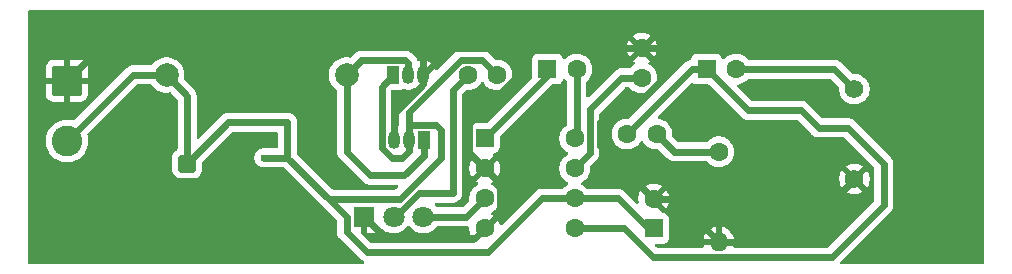
<source format=gbr>
%TF.GenerationSoftware,KiCad,Pcbnew,9.0.1*%
%TF.CreationDate,2025-08-10T20:13:13+01:00*%
%TF.ProjectId,fm-radio,666d2d72-6164-4696-9f2e-6b696361645f,rev?*%
%TF.SameCoordinates,Original*%
%TF.FileFunction,Copper,L2,Bot*%
%TF.FilePolarity,Positive*%
%FSLAX46Y46*%
G04 Gerber Fmt 4.6, Leading zero omitted, Abs format (unit mm)*
G04 Created by KiCad (PCBNEW 9.0.1) date 2025-08-10 20:13:13*
%MOMM*%
%LPD*%
G01*
G04 APERTURE LIST*
G04 Aperture macros list*
%AMRoundRect*
0 Rectangle with rounded corners*
0 $1 Rounding radius*
0 $2 $3 $4 $5 $6 $7 $8 $9 X,Y pos of 4 corners*
0 Add a 4 corners polygon primitive as box body*
4,1,4,$2,$3,$4,$5,$6,$7,$8,$9,$2,$3,0*
0 Add four circle primitives for the rounded corners*
1,1,$1+$1,$2,$3*
1,1,$1+$1,$4,$5*
1,1,$1+$1,$6,$7*
1,1,$1+$1,$8,$9*
0 Add four rect primitives between the rounded corners*
20,1,$1+$1,$2,$3,$4,$5,0*
20,1,$1+$1,$4,$5,$6,$7,0*
20,1,$1+$1,$6,$7,$8,$9,0*
20,1,$1+$1,$8,$9,$2,$3,0*%
G04 Aperture macros list end*
%TA.AperFunction,ComponentPad*%
%ADD10R,1.800000X1.800000*%
%TD*%
%TA.AperFunction,ComponentPad*%
%ADD11C,1.800000*%
%TD*%
%TA.AperFunction,ComponentPad*%
%ADD12C,1.575000*%
%TD*%
%TA.AperFunction,ComponentPad*%
%ADD13RoundRect,0.250000X-0.550000X-0.550000X0.550000X-0.550000X0.550000X0.550000X-0.550000X0.550000X0*%
%TD*%
%TA.AperFunction,ComponentPad*%
%ADD14C,1.600000*%
%TD*%
%TA.AperFunction,ComponentPad*%
%ADD15C,2.000000*%
%TD*%
%TA.AperFunction,ComponentPad*%
%ADD16RoundRect,0.250000X-1.050000X1.050000X-1.050000X-1.050000X1.050000X-1.050000X1.050000X1.050000X0*%
%TD*%
%TA.AperFunction,ComponentPad*%
%ADD17C,2.600000*%
%TD*%
%TA.AperFunction,ComponentPad*%
%ADD18O,1.600000X1.600000*%
%TD*%
%TA.AperFunction,ComponentPad*%
%ADD19R,1.050000X1.500000*%
%TD*%
%TA.AperFunction,ComponentPad*%
%ADD20O,1.050000X1.500000*%
%TD*%
%TA.AperFunction,ComponentPad*%
%ADD21R,1.600000X1.600000*%
%TD*%
%TA.AperFunction,ComponentPad*%
%ADD22RoundRect,0.246063X0.503937X0.503937X-0.503937X0.503937X-0.503937X-0.503937X0.503937X-0.503937X0*%
%TD*%
%TA.AperFunction,ViaPad*%
%ADD23C,0.600000*%
%TD*%
%TA.AperFunction,Conductor*%
%ADD24C,0.600000*%
%TD*%
G04 APERTURE END LIST*
D10*
%TO.P,RV1,1,1*%
%TO.N,GND*%
X89000000Y-73500000D03*
D11*
%TO.P,RV1,2,2*%
%TO.N,Net-(C6-Pad2)*%
X91500000Y-73500000D03*
%TO.P,RV1,3,3*%
%TO.N,Net-(U1-+)*%
X94000000Y-73500000D03*
%TD*%
D12*
%TO.P,LS1,1,1*%
%TO.N,Net-(C2-Pad2)*%
X130500000Y-62700000D03*
%TO.P,LS1,2,2*%
%TO.N,GND*%
X130500000Y-70300000D03*
%TD*%
D13*
%TO.P,U1,1,GAIN*%
%TO.N,Net-(C4-Pad1)*%
X99195000Y-66880000D03*
D14*
%TO.P,U1,2,-*%
%TO.N,GND*%
X99195000Y-69420000D03*
%TO.P,U1,3,+*%
%TO.N,Net-(U1-+)*%
X99195000Y-71960000D03*
%TO.P,U1,4,GND*%
%TO.N,GND*%
X99195000Y-74500000D03*
%TO.P,U1,5*%
%TO.N,Net-(C1-Pad1)*%
X106815000Y-74500000D03*
%TO.P,U1,6,V+*%
%TO.N,+9V*%
X106815000Y-71960000D03*
%TO.P,U1,7,BYPASS*%
%TO.N,Net-(U1-BYPASS)*%
X106815000Y-69420000D03*
%TO.P,U1,8,GAIN*%
%TO.N,Net-(C4-Pad2)*%
X106815000Y-66880000D03*
%TD*%
D15*
%TO.P,L1,1,1*%
%TO.N,+9V*%
X72260000Y-61500000D03*
%TO.P,L1,2,2*%
%TO.N,Net-(Q1-B)*%
X87500000Y-61500000D03*
%TD*%
D16*
%TO.P,J1,1,Pin_1*%
%TO.N,GND*%
X63827500Y-62000000D03*
D17*
%TO.P,J1,2,Pin_2*%
%TO.N,+9V*%
X63827500Y-67080000D03*
%TD*%
D14*
%TO.P,R2,1*%
%TO.N,Net-(C1-Pad2)*%
X119000000Y-68000000D03*
D18*
%TO.P,R2,2*%
%TO.N,GND*%
X119000000Y-75620000D03*
%TD*%
D19*
%TO.P,Q2,1,C*%
%TO.N,Net-(Q1-B)*%
X94040000Y-67000000D03*
D20*
%TO.P,Q2,2,B*%
%TO.N,+9V*%
X92770000Y-67000000D03*
%TO.P,Q2,3,E*%
%TO.N,GND*%
X91500000Y-67000000D03*
%TD*%
D19*
%TO.P,Q1,1,C*%
%TO.N,+9V*%
X91460000Y-61500000D03*
D20*
%TO.P,Q1,2,B*%
%TO.N,Net-(Q1-B)*%
X92730000Y-61500000D03*
%TO.P,Q1,3,E*%
%TO.N,GND*%
X94000000Y-61500000D03*
%TD*%
D14*
%TO.P,C7,1*%
%TO.N,GND*%
X112500000Y-59250000D03*
%TO.P,C7,2*%
%TO.N,Net-(U1-BYPASS)*%
X112500000Y-61750000D03*
%TD*%
%TO.P,C6,1*%
%TO.N,+9V*%
X100250000Y-61500000D03*
%TO.P,C6,2*%
%TO.N,Net-(C6-Pad2)*%
X97750000Y-61500000D03*
%TD*%
D21*
%TO.P,C5,1*%
%TO.N,+9V*%
X113500000Y-74500000D03*
D14*
%TO.P,C5,2*%
%TO.N,GND*%
X113500000Y-72000000D03*
%TD*%
D21*
%TO.P,C4,1*%
%TO.N,Net-(C4-Pad1)*%
X104500000Y-61000000D03*
D14*
%TO.P,C4,2*%
%TO.N,Net-(C4-Pad2)*%
X107000000Y-61000000D03*
%TD*%
D21*
%TO.P,C2,1*%
%TO.N,Net-(C1-Pad1)*%
X118000000Y-61000000D03*
D14*
%TO.P,C2,2*%
%TO.N,Net-(C2-Pad2)*%
X120500000Y-61000000D03*
%TD*%
%TO.P,C1,1*%
%TO.N,Net-(C1-Pad1)*%
X111250000Y-66500000D03*
%TO.P,C1,2*%
%TO.N,Net-(C1-Pad2)*%
X113750000Y-66500000D03*
%TD*%
D22*
%TO.P,AE1,1,A*%
%TO.N,+9V*%
X74000000Y-69000000D03*
%TD*%
D23*
%TO.N,+9V*%
X80500000Y-68500000D03*
%TO.N,GND*%
X85000000Y-68500000D03*
%TD*%
D24*
%TO.N,Net-(C1-Pad1)*%
X121500000Y-64500000D02*
X118000000Y-61000000D01*
X126000000Y-64500000D02*
X121500000Y-64500000D01*
X129966285Y-65966285D02*
X127466285Y-65966285D01*
X133000000Y-69000000D02*
X129966285Y-65966285D01*
X128579000Y-76921000D02*
X133000000Y-72500000D01*
X113421000Y-76921000D02*
X128579000Y-76921000D01*
X133000000Y-72500000D02*
X133000000Y-69000000D01*
X111000000Y-74500000D02*
X113421000Y-76921000D01*
X127466285Y-65966285D02*
X126000000Y-64500000D01*
X106815000Y-74500000D02*
X111000000Y-74500000D01*
%TO.N,+9V*%
X92000000Y-72000000D02*
X86000000Y-72000000D01*
X95500000Y-68500000D02*
X92000000Y-72000000D01*
X95500000Y-66183000D02*
X95500000Y-68500000D01*
X95066000Y-65749000D02*
X95500000Y-66183000D01*
X93014000Y-65749000D02*
X95066000Y-65749000D01*
X92770000Y-65993000D02*
X93014000Y-65749000D01*
X92770000Y-67000000D02*
X92770000Y-65993000D01*
X86000000Y-72000000D02*
X87500000Y-73500000D01*
%TO.N,Net-(C6-Pad2)*%
X93631370Y-71500000D02*
X96500000Y-71500000D01*
X91631370Y-73500000D02*
X93631370Y-71500000D01*
X96500000Y-71500000D02*
X96500000Y-63000000D01*
X91500000Y-73500000D02*
X91631370Y-73500000D01*
%TO.N,+9V*%
X104040000Y-71960000D02*
X106815000Y-71960000D01*
X99500000Y-76500000D02*
X104040000Y-71960000D01*
X89198000Y-76500000D02*
X99500000Y-76500000D01*
X87500000Y-73500000D02*
X87500000Y-74802000D01*
X82500000Y-68500000D02*
X86000000Y-72000000D01*
X87500000Y-74802000D02*
X89198000Y-76500000D01*
%TO.N,GND*%
X98395001Y-75299999D02*
X99195000Y-74500000D01*
X90799999Y-75299999D02*
X98395001Y-75299999D01*
X89000000Y-73500000D02*
X90799999Y-75299999D01*
%TO.N,Net-(U1-+)*%
X97655000Y-73500000D02*
X99195000Y-71960000D01*
X94000000Y-73500000D02*
X97655000Y-73500000D01*
%TO.N,+9V*%
X80500000Y-68500000D02*
X81500000Y-68500000D01*
X82500000Y-68500000D02*
X80500000Y-68500000D01*
X82500000Y-65500000D02*
X82500000Y-68500000D01*
X77500000Y-65500000D02*
X82500000Y-65500000D01*
X74000000Y-69000000D02*
X77500000Y-65500000D01*
%TO.N,GND*%
X63827500Y-62000000D02*
X66827500Y-59000000D01*
X85500000Y-59000000D02*
X85000000Y-59000000D01*
X66827500Y-59000000D02*
X85500000Y-59000000D01*
%TO.N,+9V*%
X69407500Y-61500000D02*
X72260000Y-61500000D01*
X63827500Y-67080000D02*
X69407500Y-61500000D01*
X74000000Y-63240000D02*
X72260000Y-61500000D01*
X74000000Y-69000000D02*
X74000000Y-63240000D01*
%TO.N,GND*%
X84500000Y-68000000D02*
X85000000Y-68500000D01*
X84500000Y-59500000D02*
X84500000Y-68000000D01*
X85000000Y-59000000D02*
X84500000Y-59500000D01*
X92850000Y-59000000D02*
X85500000Y-59000000D01*
X94000000Y-60150000D02*
X92850000Y-59000000D01*
X94000000Y-61500000D02*
X94000000Y-60150000D01*
%TO.N,Net-(Q1-B)*%
X87500000Y-68000000D02*
X87500000Y-61500000D01*
X89500000Y-70000000D02*
X87500000Y-68000000D01*
X92381369Y-70000000D02*
X89500000Y-70000000D01*
X94040000Y-67000000D02*
X94040000Y-68341369D01*
X94040000Y-68341369D02*
X92381369Y-70000000D01*
%TO.N,GND*%
X102500000Y-59250000D02*
X96250000Y-59250000D01*
X99089892Y-64500000D02*
X102500000Y-61089892D01*
X102500000Y-61089892D02*
X102500000Y-59250000D01*
X97894000Y-68119000D02*
X97894000Y-64606000D01*
X98000000Y-64500000D02*
X99089892Y-64500000D01*
X99195000Y-69420000D02*
X97894000Y-68119000D01*
%TO.N,+9V*%
X98949000Y-60199000D02*
X97211108Y-60199000D01*
X97211108Y-60199000D02*
X92770000Y-64640108D01*
X92770000Y-64640108D02*
X92770000Y-67000000D01*
%TO.N,GND*%
X91500000Y-64778738D02*
X91500000Y-67000000D01*
X94000000Y-62278738D02*
X91500000Y-64778738D01*
X94000000Y-61500000D02*
X94000000Y-62278738D01*
%TO.N,+9V*%
X100250000Y-61500000D02*
X98949000Y-60199000D01*
%TO.N,Net-(C6-Pad2)*%
X97750000Y-61500000D02*
X96500000Y-62750000D01*
%TO.N,Net-(Q1-B)*%
X88751000Y-60249000D02*
X87500000Y-61500000D01*
X92486000Y-60249000D02*
X88751000Y-60249000D01*
X92730000Y-60493000D02*
X92486000Y-60249000D01*
X92730000Y-61500000D02*
X92730000Y-60493000D01*
%TO.N,+9V*%
X90474000Y-62486000D02*
X91460000Y-61500000D01*
X90474000Y-67649983D02*
X90474000Y-62486000D01*
X91324017Y-68500000D02*
X90474000Y-67649983D01*
X92170000Y-68500000D02*
X91324017Y-68500000D01*
X92770000Y-67900000D02*
X92170000Y-68500000D01*
X92770000Y-67000000D02*
X92770000Y-67900000D01*
%TO.N,GND*%
X96250000Y-59250000D02*
X94000000Y-61500000D01*
X112500000Y-59250000D02*
X102500000Y-59250000D01*
X100496000Y-70721000D02*
X99195000Y-69420000D01*
X100496000Y-73199000D02*
X100496000Y-70721000D01*
X99195000Y-74500000D02*
X100496000Y-73199000D01*
%TO.N,Net-(C4-Pad1)*%
X104500000Y-61575000D02*
X99195000Y-66880000D01*
X104500000Y-61000000D02*
X104500000Y-61575000D01*
%TO.N,Net-(C4-Pad2)*%
X107000000Y-66695000D02*
X106815000Y-66880000D01*
X107000000Y-61000000D02*
X107000000Y-66695000D01*
%TO.N,+9V*%
X113000000Y-74500000D02*
X110460000Y-71960000D01*
X113500000Y-74500000D02*
X113000000Y-74500000D01*
X110460000Y-71960000D02*
X106815000Y-71960000D01*
%TO.N,Net-(U1-BYPASS)*%
X108116000Y-64384000D02*
X108116000Y-68119000D01*
X108116000Y-68119000D02*
X106815000Y-69420000D01*
X110750000Y-61750000D02*
X108116000Y-64384000D01*
X112500000Y-61750000D02*
X110750000Y-61750000D01*
%TO.N,GND*%
X109000000Y-65500000D02*
X109000000Y-67500000D01*
X110000000Y-64500000D02*
X109000000Y-65500000D01*
X114500000Y-61589892D02*
X111589892Y-64500000D01*
X109000000Y-67500000D02*
X113500000Y-72000000D01*
X114500000Y-60000000D02*
X114500000Y-61589892D01*
X113750000Y-59250000D02*
X114500000Y-60000000D01*
X112500000Y-59250000D02*
X113750000Y-59250000D01*
X111589892Y-64500000D02*
X110000000Y-64500000D01*
X115380000Y-72000000D02*
X119000000Y-75620000D01*
X113500000Y-72000000D02*
X115380000Y-72000000D01*
%TO.N,Net-(C1-Pad1)*%
X118000000Y-61000000D02*
X116750000Y-61000000D01*
X116750000Y-61000000D02*
X111250000Y-66500000D01*
%TO.N,Net-(C1-Pad2)*%
X115250000Y-68000000D02*
X113750000Y-66500000D01*
X119000000Y-68000000D02*
X115250000Y-68000000D01*
%TO.N,GND*%
X125180000Y-75620000D02*
X130500000Y-70300000D01*
X119000000Y-75620000D02*
X125180000Y-75620000D01*
%TO.N,Net-(C2-Pad2)*%
X128800000Y-61000000D02*
X130500000Y-62700000D01*
X120500000Y-61000000D02*
X128800000Y-61000000D01*
%TD*%
%TA.AperFunction,Conductor*%
%TO.N,GND*%
G36*
X141442539Y-56020185D02*
G01*
X141488294Y-56072989D01*
X141499500Y-56124500D01*
X141499500Y-77375500D01*
X141479815Y-77442539D01*
X141427011Y-77488294D01*
X141375500Y-77499500D01*
X129431940Y-77499500D01*
X129364901Y-77479815D01*
X129319146Y-77427011D01*
X129309202Y-77357853D01*
X129338227Y-77294297D01*
X129344259Y-77287819D01*
X133621788Y-73010290D01*
X133621789Y-73010289D01*
X133660759Y-72951966D01*
X133709394Y-72879179D01*
X133769737Y-72733497D01*
X133769737Y-72733494D01*
X133769739Y-72733490D01*
X133774532Y-72709394D01*
X133774532Y-72709393D01*
X133800500Y-72578845D01*
X133800500Y-68921155D01*
X133800499Y-68921153D01*
X133792627Y-68881578D01*
X133769737Y-68766503D01*
X133746081Y-68709391D01*
X133709397Y-68620827D01*
X133709390Y-68620814D01*
X133621790Y-68489712D01*
X133568665Y-68436587D01*
X133510289Y-68378211D01*
X131993478Y-66861400D01*
X130476577Y-65344498D01*
X130476573Y-65344495D01*
X130345470Y-65256894D01*
X130345457Y-65256887D01*
X130199786Y-65196549D01*
X130199774Y-65196546D01*
X130045130Y-65165785D01*
X130045127Y-65165785D01*
X127849225Y-65165785D01*
X127782186Y-65146100D01*
X127761544Y-65129466D01*
X126510292Y-63878213D01*
X126510288Y-63878210D01*
X126379185Y-63790609D01*
X126379172Y-63790602D01*
X126233501Y-63730264D01*
X126233489Y-63730261D01*
X126078845Y-63699500D01*
X126078842Y-63699500D01*
X121882940Y-63699500D01*
X121815901Y-63679815D01*
X121795259Y-63663181D01*
X120627874Y-62495796D01*
X120594389Y-62434473D01*
X120599373Y-62364781D01*
X120641245Y-62308848D01*
X120696156Y-62285642D01*
X120804534Y-62268477D01*
X120999219Y-62205220D01*
X121181610Y-62112287D01*
X121300500Y-62025909D01*
X121347213Y-61991971D01*
X121347215Y-61991968D01*
X121347219Y-61991966D01*
X121491966Y-61847219D01*
X121491972Y-61847210D01*
X121494748Y-61843962D01*
X121553258Y-61805773D01*
X121589033Y-61800500D01*
X128417060Y-61800500D01*
X128484099Y-61820185D01*
X128504741Y-61836819D01*
X129175681Y-62507759D01*
X129209166Y-62569082D01*
X129212000Y-62595440D01*
X129212000Y-62598632D01*
X129212000Y-62801368D01*
X129217501Y-62836100D01*
X129243715Y-63001608D01*
X129306361Y-63194417D01*
X129306362Y-63194420D01*
X129348391Y-63276905D01*
X129395376Y-63369119D01*
X129398405Y-63375062D01*
X129517562Y-63539069D01*
X129517566Y-63539074D01*
X129660925Y-63682433D01*
X129660930Y-63682437D01*
X129726759Y-63730264D01*
X129824941Y-63801597D01*
X129943026Y-63861764D01*
X130005579Y-63893637D01*
X130005582Y-63893638D01*
X130101986Y-63924961D01*
X130198393Y-63956285D01*
X130398632Y-63988000D01*
X130398633Y-63988000D01*
X130601367Y-63988000D01*
X130601368Y-63988000D01*
X130801607Y-63956285D01*
X130994420Y-63893637D01*
X131175059Y-63801597D01*
X131339076Y-63682432D01*
X131482432Y-63539076D01*
X131601597Y-63375059D01*
X131693637Y-63194420D01*
X131756285Y-63001607D01*
X131788000Y-62801368D01*
X131788000Y-62598632D01*
X131756285Y-62398393D01*
X131708883Y-62252503D01*
X131693638Y-62205582D01*
X131693637Y-62205579D01*
X131634253Y-62089033D01*
X131601597Y-62024941D01*
X131565830Y-61975712D01*
X131482437Y-61860930D01*
X131482433Y-61860925D01*
X131339074Y-61717566D01*
X131339069Y-61717562D01*
X131175062Y-61598405D01*
X131175061Y-61598404D01*
X131175059Y-61598403D01*
X131117186Y-61568915D01*
X130994420Y-61506362D01*
X130994417Y-61506361D01*
X130801608Y-61443715D01*
X130699300Y-61427511D01*
X130601368Y-61412000D01*
X130398632Y-61412000D01*
X130395440Y-61412000D01*
X130328401Y-61392315D01*
X130307759Y-61375681D01*
X129310292Y-60378213D01*
X129310288Y-60378210D01*
X129179185Y-60290609D01*
X129179172Y-60290602D01*
X129033501Y-60230264D01*
X129033489Y-60230261D01*
X128878845Y-60199500D01*
X128878842Y-60199500D01*
X121589033Y-60199500D01*
X121521994Y-60179815D01*
X121494748Y-60156038D01*
X121491964Y-60152779D01*
X121347213Y-60008028D01*
X121181613Y-59887715D01*
X121181612Y-59887714D01*
X121181610Y-59887713D01*
X121124653Y-59858691D01*
X120999223Y-59794781D01*
X120804534Y-59731522D01*
X120629995Y-59703878D01*
X120602352Y-59699500D01*
X120397648Y-59699500D01*
X120373329Y-59703351D01*
X120195465Y-59731522D01*
X120000776Y-59794781D01*
X119818386Y-59887715D01*
X119652786Y-60008028D01*
X119652782Y-60008032D01*
X119504589Y-60156226D01*
X119503152Y-60154789D01*
X119451746Y-60188280D01*
X119381877Y-60188714D01*
X119322866Y-60151306D01*
X119295394Y-60098034D01*
X119294091Y-60092521D01*
X119294091Y-60092517D01*
X119294089Y-60092511D01*
X119243797Y-59957671D01*
X119243793Y-59957664D01*
X119157547Y-59842455D01*
X119157544Y-59842452D01*
X119042335Y-59756206D01*
X119042328Y-59756202D01*
X118907482Y-59705908D01*
X118907483Y-59705908D01*
X118847883Y-59699501D01*
X118847881Y-59699500D01*
X118847873Y-59699500D01*
X118847864Y-59699500D01*
X117152129Y-59699500D01*
X117152123Y-59699501D01*
X117092516Y-59705908D01*
X116957671Y-59756202D01*
X116957664Y-59756206D01*
X116842455Y-59842452D01*
X116842452Y-59842455D01*
X116756206Y-59957664D01*
X116756202Y-59957671D01*
X116705908Y-60092516D01*
X116704654Y-60104187D01*
X116677916Y-60168738D01*
X116620523Y-60208586D01*
X116605556Y-60212548D01*
X116516510Y-60230260D01*
X116516502Y-60230262D01*
X116370824Y-60290604D01*
X116370814Y-60290609D01*
X116239711Y-60378210D01*
X116239707Y-60378213D01*
X111454022Y-65163898D01*
X111392699Y-65197383D01*
X111356619Y-65199835D01*
X111352359Y-65199500D01*
X111352352Y-65199500D01*
X111147648Y-65199500D01*
X111123329Y-65203351D01*
X110945465Y-65231522D01*
X110750776Y-65294781D01*
X110568386Y-65387715D01*
X110402786Y-65508028D01*
X110258028Y-65652786D01*
X110137715Y-65818386D01*
X110044781Y-66000776D01*
X109981522Y-66195465D01*
X109949500Y-66397648D01*
X109949500Y-66602351D01*
X109981522Y-66804534D01*
X110044781Y-66999223D01*
X110108691Y-67124653D01*
X110136798Y-67179815D01*
X110137715Y-67181613D01*
X110258028Y-67347213D01*
X110402786Y-67491971D01*
X110527800Y-67582797D01*
X110568390Y-67612287D01*
X110678561Y-67668422D01*
X110750776Y-67705218D01*
X110750778Y-67705218D01*
X110750781Y-67705220D01*
X110835116Y-67732622D01*
X110945465Y-67768477D01*
X111046557Y-67784488D01*
X111147648Y-67800500D01*
X111147649Y-67800500D01*
X111352351Y-67800500D01*
X111352352Y-67800500D01*
X111554534Y-67768477D01*
X111749219Y-67705220D01*
X111931610Y-67612287D01*
X112052953Y-67524127D01*
X112097213Y-67491971D01*
X112097215Y-67491968D01*
X112097219Y-67491966D01*
X112241966Y-67347219D01*
X112241968Y-67347215D01*
X112241971Y-67347213D01*
X112294732Y-67274590D01*
X112362287Y-67181610D01*
X112389515Y-67128171D01*
X112437490Y-67077376D01*
X112505311Y-67060581D01*
X112571446Y-67083118D01*
X112610484Y-67128171D01*
X112636798Y-67179815D01*
X112637715Y-67181613D01*
X112758028Y-67347213D01*
X112902786Y-67491971D01*
X113027800Y-67582797D01*
X113068390Y-67612287D01*
X113178561Y-67668422D01*
X113250776Y-67705218D01*
X113250778Y-67705218D01*
X113250781Y-67705220D01*
X113335116Y-67732622D01*
X113445465Y-67768477D01*
X113546557Y-67784488D01*
X113647648Y-67800500D01*
X113647649Y-67800500D01*
X113852344Y-67800500D01*
X113852352Y-67800500D01*
X113852359Y-67800498D01*
X113856592Y-67800165D01*
X113924972Y-67814518D01*
X113954022Y-67836100D01*
X114628211Y-68510289D01*
X114690703Y-68572781D01*
X114739712Y-68621790D01*
X114870816Y-68709391D01*
X114870817Y-68709391D01*
X114870821Y-68709394D01*
X114946616Y-68740789D01*
X115016502Y-68769737D01*
X115171152Y-68800499D01*
X115171155Y-68800500D01*
X115171157Y-68800500D01*
X115171158Y-68800500D01*
X117910967Y-68800500D01*
X117978006Y-68820185D01*
X118005252Y-68843962D01*
X118008035Y-68847220D01*
X118152786Y-68991971D01*
X118301368Y-69099920D01*
X118318390Y-69112287D01*
X118418275Y-69163181D01*
X118500776Y-69205218D01*
X118500778Y-69205218D01*
X118500781Y-69205220D01*
X118533885Y-69215976D01*
X118695465Y-69268477D01*
X118796557Y-69284488D01*
X118897648Y-69300500D01*
X118897649Y-69300500D01*
X119102351Y-69300500D01*
X119102352Y-69300500D01*
X119304534Y-69268477D01*
X119499219Y-69205220D01*
X119549079Y-69179815D01*
X119575708Y-69166247D01*
X119585646Y-69161182D01*
X119681610Y-69112287D01*
X119775320Y-69044203D01*
X119847213Y-68991971D01*
X119847215Y-68991968D01*
X119847219Y-68991966D01*
X119991966Y-68847219D01*
X119991968Y-68847215D01*
X119991971Y-68847213D01*
X120048259Y-68769738D01*
X120112287Y-68681610D01*
X120205220Y-68499219D01*
X120268477Y-68304534D01*
X120300500Y-68102352D01*
X120300500Y-67897648D01*
X120290752Y-67836100D01*
X120268477Y-67695465D01*
X120228081Y-67571141D01*
X120205220Y-67500781D01*
X120205218Y-67500778D01*
X120205218Y-67500776D01*
X120141131Y-67375000D01*
X120112287Y-67318390D01*
X120104556Y-67307749D01*
X119991971Y-67152786D01*
X119847213Y-67008028D01*
X119681613Y-66887715D01*
X119681612Y-66887714D01*
X119681610Y-66887713D01*
X119617908Y-66855255D01*
X119499223Y-66794781D01*
X119304534Y-66731522D01*
X119129995Y-66703878D01*
X119102352Y-66699500D01*
X118897648Y-66699500D01*
X118873329Y-66703351D01*
X118695465Y-66731522D01*
X118500776Y-66794781D01*
X118318386Y-66887715D01*
X118152786Y-67008028D01*
X118008035Y-67152779D01*
X118005252Y-67156038D01*
X117946742Y-67194227D01*
X117910967Y-67199500D01*
X115632940Y-67199500D01*
X115565901Y-67179815D01*
X115545259Y-67163181D01*
X115086100Y-66704022D01*
X115052615Y-66642699D01*
X115050165Y-66606592D01*
X115050498Y-66602359D01*
X115050500Y-66602352D01*
X115050500Y-66397648D01*
X115046594Y-66372989D01*
X115018477Y-66195465D01*
X114958432Y-66010668D01*
X114955220Y-66000781D01*
X114955218Y-66000778D01*
X114955218Y-66000776D01*
X114898928Y-65890302D01*
X114862287Y-65818390D01*
X114854556Y-65807749D01*
X114741971Y-65652786D01*
X114597213Y-65508028D01*
X114431613Y-65387715D01*
X114431612Y-65387714D01*
X114431610Y-65387713D01*
X114374653Y-65358691D01*
X114249223Y-65294781D01*
X114054535Y-65231523D01*
X113946156Y-65214357D01*
X113883022Y-65184427D01*
X113846091Y-65125116D01*
X113847089Y-65055253D01*
X113877872Y-65004205D01*
X116699040Y-62183036D01*
X116760361Y-62149553D01*
X116830053Y-62154537D01*
X116861029Y-62171451D01*
X116957669Y-62243796D01*
X116957670Y-62243796D01*
X116957671Y-62243797D01*
X117092517Y-62294091D01*
X117092516Y-62294091D01*
X117099444Y-62294835D01*
X117152127Y-62300500D01*
X118117059Y-62300499D01*
X118184098Y-62320183D01*
X118204740Y-62336818D01*
X120878211Y-65010289D01*
X120948574Y-65080652D01*
X120989712Y-65121790D01*
X121083455Y-65184427D01*
X121120821Y-65209394D01*
X121223833Y-65252062D01*
X121266502Y-65269737D01*
X121315584Y-65279500D01*
X121421152Y-65300499D01*
X121421155Y-65300500D01*
X121421157Y-65300500D01*
X121421158Y-65300500D01*
X125617060Y-65300500D01*
X125684099Y-65320185D01*
X125704741Y-65336819D01*
X126844496Y-66476574D01*
X126939811Y-66571889D01*
X126955997Y-66588075D01*
X127087099Y-66675675D01*
X127087112Y-66675682D01*
X127173774Y-66711578D01*
X127221926Y-66731523D01*
X127226690Y-66733496D01*
X127226692Y-66733497D01*
X127232788Y-66736022D01*
X127270659Y-66743555D01*
X127387439Y-66766785D01*
X127387442Y-66766785D01*
X127387443Y-66766785D01*
X129583345Y-66766785D01*
X129650384Y-66786470D01*
X129671026Y-66803104D01*
X132163181Y-69295259D01*
X132196666Y-69356582D01*
X132199500Y-69382940D01*
X132199500Y-72117060D01*
X132179815Y-72184099D01*
X132163181Y-72204741D01*
X128283741Y-76084181D01*
X128222418Y-76117666D01*
X128196060Y-76120500D01*
X120374950Y-76120500D01*
X120307911Y-76100815D01*
X120262156Y-76048011D01*
X120252212Y-75978853D01*
X120257019Y-75958183D01*
X120267989Y-75924418D01*
X120267990Y-75924413D01*
X120276609Y-75870000D01*
X119315686Y-75870000D01*
X119320080Y-75865606D01*
X119372741Y-75774394D01*
X119400000Y-75672661D01*
X119400000Y-75567339D01*
X119372741Y-75465606D01*
X119320080Y-75374394D01*
X119315686Y-75370000D01*
X120276609Y-75370000D01*
X120267990Y-75315586D01*
X120204755Y-75120970D01*
X120111859Y-74938650D01*
X119991582Y-74773105D01*
X119991582Y-74773104D01*
X119846895Y-74628417D01*
X119681349Y-74508140D01*
X119499029Y-74415244D01*
X119304413Y-74352009D01*
X119250000Y-74343390D01*
X119250000Y-75304314D01*
X119245606Y-75299920D01*
X119154394Y-75247259D01*
X119052661Y-75220000D01*
X118947339Y-75220000D01*
X118845606Y-75247259D01*
X118754394Y-75299920D01*
X118750000Y-75304314D01*
X118750000Y-74343390D01*
X118695586Y-74352009D01*
X118500970Y-74415244D01*
X118318650Y-74508140D01*
X118153105Y-74628417D01*
X118153104Y-74628417D01*
X118008417Y-74773104D01*
X118008417Y-74773105D01*
X117888140Y-74938650D01*
X117795244Y-75120970D01*
X117732009Y-75315586D01*
X117723391Y-75370000D01*
X118684314Y-75370000D01*
X118679920Y-75374394D01*
X118627259Y-75465606D01*
X118600000Y-75567339D01*
X118600000Y-75672661D01*
X118627259Y-75774394D01*
X118679920Y-75865606D01*
X118684314Y-75870000D01*
X117723391Y-75870000D01*
X117732009Y-75924413D01*
X117732010Y-75924418D01*
X117742981Y-75958183D01*
X117744976Y-76028024D01*
X117708895Y-76087856D01*
X117646194Y-76118684D01*
X117625050Y-76120500D01*
X113803940Y-76120500D01*
X113774499Y-76111855D01*
X113744513Y-76105332D01*
X113739497Y-76101577D01*
X113736901Y-76100815D01*
X113716259Y-76084181D01*
X113644258Y-76012180D01*
X113610773Y-75950857D01*
X113615757Y-75881165D01*
X113657629Y-75825232D01*
X113723093Y-75800815D01*
X113731939Y-75800499D01*
X114347871Y-75800499D01*
X114347872Y-75800499D01*
X114407483Y-75794091D01*
X114542331Y-75743796D01*
X114657546Y-75657546D01*
X114743796Y-75542331D01*
X114794091Y-75407483D01*
X114800500Y-75347873D01*
X114800499Y-73652128D01*
X114794091Y-73592517D01*
X114780829Y-73556961D01*
X114743797Y-73457671D01*
X114743793Y-73457664D01*
X114657547Y-73342455D01*
X114657544Y-73342452D01*
X114542335Y-73256206D01*
X114542328Y-73256202D01*
X114407482Y-73205908D01*
X114407483Y-73205908D01*
X114347883Y-73199501D01*
X114347881Y-73199500D01*
X114347873Y-73199500D01*
X114347864Y-73199500D01*
X114344548Y-73199322D01*
X114344632Y-73197742D01*
X114283579Y-73179815D01*
X114237824Y-73127011D01*
X114230173Y-73083725D01*
X113546446Y-72400000D01*
X113552661Y-72400000D01*
X113654394Y-72372741D01*
X113745606Y-72320080D01*
X113820080Y-72245606D01*
X113872741Y-72154394D01*
X113900000Y-72052661D01*
X113900000Y-72046447D01*
X114579474Y-72725921D01*
X114611859Y-72681349D01*
X114704755Y-72499031D01*
X114767990Y-72304417D01*
X114800000Y-72102317D01*
X114800000Y-71897682D01*
X114767990Y-71695582D01*
X114704755Y-71500968D01*
X114642895Y-71379561D01*
X114611859Y-71318650D01*
X114579474Y-71274077D01*
X114579474Y-71274076D01*
X113900000Y-71953551D01*
X113900000Y-71947339D01*
X113872741Y-71845606D01*
X113820080Y-71754394D01*
X113745606Y-71679920D01*
X113654394Y-71627259D01*
X113552661Y-71600000D01*
X113546446Y-71600000D01*
X114225922Y-70920524D01*
X114225921Y-70920523D01*
X114181359Y-70888147D01*
X114181350Y-70888141D01*
X113999031Y-70795244D01*
X113804417Y-70732009D01*
X113602317Y-70700000D01*
X113397683Y-70700000D01*
X113195582Y-70732009D01*
X113000968Y-70795244D01*
X112818644Y-70888143D01*
X112774077Y-70920523D01*
X112774077Y-70920524D01*
X113453554Y-71600000D01*
X113447339Y-71600000D01*
X113345606Y-71627259D01*
X113254394Y-71679920D01*
X113179920Y-71754394D01*
X113127259Y-71845606D01*
X113100000Y-71947339D01*
X113100000Y-71953553D01*
X112420524Y-71274077D01*
X112420523Y-71274077D01*
X112388143Y-71318644D01*
X112295244Y-71500968D01*
X112232009Y-71695582D01*
X112200000Y-71897682D01*
X112200000Y-72102317D01*
X112227922Y-72278611D01*
X112218967Y-72347905D01*
X112173971Y-72401357D01*
X112107220Y-72421996D01*
X112039906Y-72403271D01*
X112017768Y-72385690D01*
X110970292Y-71338213D01*
X110970288Y-71338210D01*
X110839185Y-71250609D01*
X110839172Y-71250602D01*
X110693501Y-71190264D01*
X110693489Y-71190261D01*
X110538845Y-71159500D01*
X110538842Y-71159500D01*
X107904033Y-71159500D01*
X107874162Y-71150728D01*
X107843787Y-71143881D01*
X107839836Y-71140649D01*
X107836994Y-71139815D01*
X107815693Y-71122517D01*
X107809392Y-71116120D01*
X107806966Y-71112781D01*
X107662219Y-70968034D01*
X107662213Y-70968028D01*
X107496614Y-70847715D01*
X107490006Y-70844348D01*
X107403917Y-70800483D01*
X107353123Y-70752511D01*
X107336328Y-70684690D01*
X107358865Y-70618555D01*
X107403917Y-70579516D01*
X107496610Y-70532287D01*
X107548899Y-70494297D01*
X107662213Y-70411971D01*
X107662215Y-70411968D01*
X107662219Y-70411966D01*
X107806966Y-70267219D01*
X107806968Y-70267215D01*
X107806971Y-70267213D01*
X107856768Y-70198672D01*
X129212500Y-70198672D01*
X129212500Y-70401327D01*
X129244203Y-70601491D01*
X129306825Y-70794225D01*
X129306827Y-70794228D01*
X129398831Y-70974797D01*
X129429473Y-71016971D01*
X129429474Y-71016972D01*
X129996624Y-70449821D01*
X130010778Y-70502642D01*
X130079896Y-70622357D01*
X130177643Y-70720104D01*
X130297358Y-70789222D01*
X130350178Y-70803375D01*
X129783026Y-71370525D01*
X129825202Y-71401168D01*
X130005771Y-71493172D01*
X130005774Y-71493174D01*
X130198508Y-71555796D01*
X130398673Y-71587500D01*
X130601327Y-71587500D01*
X130801491Y-71555796D01*
X130994225Y-71493174D01*
X130994228Y-71493172D01*
X131174797Y-71401168D01*
X131216971Y-71370526D01*
X131216971Y-71370525D01*
X130649821Y-70803375D01*
X130702642Y-70789222D01*
X130822357Y-70720104D01*
X130920104Y-70622357D01*
X130989222Y-70502642D01*
X131003375Y-70449821D01*
X131570525Y-71016971D01*
X131570526Y-71016971D01*
X131601168Y-70974797D01*
X131693172Y-70794228D01*
X131693174Y-70794225D01*
X131755796Y-70601491D01*
X131787500Y-70401327D01*
X131787500Y-70198672D01*
X131755796Y-69998508D01*
X131693174Y-69805774D01*
X131693172Y-69805771D01*
X131601168Y-69625202D01*
X131570525Y-69583027D01*
X131570525Y-69583026D01*
X131003375Y-70150177D01*
X130989222Y-70097358D01*
X130920104Y-69977643D01*
X130822357Y-69879896D01*
X130702642Y-69810778D01*
X130649822Y-69796624D01*
X131216972Y-69229474D01*
X131216971Y-69229473D01*
X131174797Y-69198831D01*
X130994228Y-69106827D01*
X130994225Y-69106825D01*
X130801491Y-69044203D01*
X130601327Y-69012500D01*
X130398673Y-69012500D01*
X130198508Y-69044203D01*
X130005774Y-69106825D01*
X130005771Y-69106826D01*
X129825204Y-69198830D01*
X129783027Y-69229473D01*
X130350178Y-69796624D01*
X130297358Y-69810778D01*
X130177643Y-69879896D01*
X130079896Y-69977643D01*
X130010778Y-70097358D01*
X129996624Y-70150178D01*
X129429473Y-69583027D01*
X129398830Y-69625204D01*
X129306826Y-69805771D01*
X129306825Y-69805774D01*
X129244203Y-69998508D01*
X129212500Y-70198672D01*
X107856768Y-70198672D01*
X107913259Y-70120918D01*
X107913261Y-70120915D01*
X107927287Y-70101610D01*
X108020220Y-69919219D01*
X108083477Y-69724534D01*
X108115500Y-69522352D01*
X108115500Y-69317648D01*
X108115499Y-69317644D01*
X108115165Y-69313404D01*
X108129519Y-69245024D01*
X108151096Y-69215980D01*
X108737789Y-68629289D01*
X108825394Y-68498179D01*
X108885737Y-68352497D01*
X108916500Y-68197842D01*
X108916500Y-68040157D01*
X108916500Y-64766940D01*
X108936185Y-64699901D01*
X108952819Y-64679259D01*
X111045259Y-62586819D01*
X111106582Y-62553334D01*
X111132940Y-62550500D01*
X111410967Y-62550500D01*
X111478006Y-62570185D01*
X111505252Y-62593962D01*
X111508035Y-62597220D01*
X111652786Y-62741971D01*
X111782346Y-62836100D01*
X111818390Y-62862287D01*
X111873895Y-62890568D01*
X112000776Y-62955218D01*
X112000778Y-62955218D01*
X112000781Y-62955220D01*
X112092770Y-62985109D01*
X112195465Y-63018477D01*
X112242111Y-63025865D01*
X112397648Y-63050500D01*
X112397649Y-63050500D01*
X112602351Y-63050500D01*
X112602352Y-63050500D01*
X112804534Y-63018477D01*
X112999219Y-62955220D01*
X113181610Y-62862287D01*
X113290268Y-62783343D01*
X113347213Y-62741971D01*
X113347215Y-62741968D01*
X113347219Y-62741966D01*
X113491966Y-62597219D01*
X113491968Y-62597215D01*
X113491971Y-62597213D01*
X113559048Y-62504888D01*
X113612287Y-62431610D01*
X113705220Y-62249219D01*
X113768477Y-62054534D01*
X113800500Y-61852352D01*
X113800500Y-61647648D01*
X113778122Y-61506361D01*
X113768477Y-61445465D01*
X113722685Y-61304534D01*
X113705220Y-61250781D01*
X113705218Y-61250778D01*
X113705218Y-61250776D01*
X113671503Y-61184607D01*
X113612287Y-61068390D01*
X113592101Y-61040606D01*
X113491971Y-60902786D01*
X113347213Y-60758028D01*
X113181611Y-60637713D01*
X113127621Y-60610203D01*
X113076825Y-60562228D01*
X113060031Y-60494407D01*
X113082569Y-60428272D01*
X113127624Y-60389233D01*
X113181349Y-60361859D01*
X113225921Y-60329474D01*
X112546447Y-59650000D01*
X112552661Y-59650000D01*
X112654394Y-59622741D01*
X112745606Y-59570080D01*
X112820080Y-59495606D01*
X112872741Y-59404394D01*
X112900000Y-59302661D01*
X112900000Y-59296447D01*
X113579474Y-59975921D01*
X113611859Y-59931349D01*
X113704755Y-59749031D01*
X113767990Y-59554417D01*
X113800000Y-59352317D01*
X113800000Y-59147682D01*
X113767990Y-58945582D01*
X113704755Y-58750968D01*
X113611859Y-58568650D01*
X113579474Y-58524077D01*
X113579474Y-58524076D01*
X112900000Y-59203551D01*
X112900000Y-59197339D01*
X112872741Y-59095606D01*
X112820080Y-59004394D01*
X112745606Y-58929920D01*
X112654394Y-58877259D01*
X112552661Y-58850000D01*
X112546446Y-58850000D01*
X113225922Y-58170524D01*
X113225921Y-58170523D01*
X113181359Y-58138147D01*
X113181350Y-58138141D01*
X112999031Y-58045244D01*
X112804417Y-57982009D01*
X112602317Y-57950000D01*
X112397683Y-57950000D01*
X112195582Y-57982009D01*
X112000968Y-58045244D01*
X111818644Y-58138143D01*
X111774077Y-58170523D01*
X111774077Y-58170524D01*
X112453554Y-58850000D01*
X112447339Y-58850000D01*
X112345606Y-58877259D01*
X112254394Y-58929920D01*
X112179920Y-59004394D01*
X112127259Y-59095606D01*
X112100000Y-59197339D01*
X112100000Y-59203553D01*
X111420524Y-58524077D01*
X111420523Y-58524077D01*
X111388143Y-58568644D01*
X111295244Y-58750968D01*
X111232009Y-58945582D01*
X111200000Y-59147682D01*
X111200000Y-59352317D01*
X111232009Y-59554417D01*
X111295244Y-59749031D01*
X111388141Y-59931350D01*
X111388147Y-59931359D01*
X111420523Y-59975921D01*
X111420524Y-59975922D01*
X112100000Y-59296446D01*
X112100000Y-59302661D01*
X112127259Y-59404394D01*
X112179920Y-59495606D01*
X112254394Y-59570080D01*
X112345606Y-59622741D01*
X112447339Y-59650000D01*
X112453553Y-59650000D01*
X111774076Y-60329474D01*
X111818652Y-60361861D01*
X111872376Y-60389234D01*
X111923172Y-60437208D01*
X111939968Y-60505028D01*
X111917431Y-60571164D01*
X111872379Y-60610203D01*
X111818386Y-60637714D01*
X111652786Y-60758028D01*
X111508035Y-60902779D01*
X111505252Y-60906038D01*
X111446742Y-60944227D01*
X111410967Y-60949500D01*
X110671153Y-60949500D01*
X110516510Y-60980260D01*
X110516502Y-60980262D01*
X110370824Y-61040604D01*
X110370814Y-61040609D01*
X110239711Y-61128210D01*
X110239707Y-61128213D01*
X108012181Y-63355740D01*
X107950858Y-63389225D01*
X107881166Y-63384241D01*
X107825233Y-63342369D01*
X107800816Y-63276905D01*
X107800500Y-63268059D01*
X107800500Y-62089033D01*
X107820185Y-62021994D01*
X107843962Y-61994748D01*
X107847212Y-61991971D01*
X107847219Y-61991966D01*
X107991966Y-61847219D01*
X107991968Y-61847215D01*
X107991971Y-61847213D01*
X108067379Y-61743421D01*
X108112287Y-61681610D01*
X108205220Y-61499219D01*
X108268477Y-61304534D01*
X108300500Y-61102352D01*
X108300500Y-60897648D01*
X108284608Y-60797309D01*
X108268477Y-60695465D01*
X108219516Y-60544780D01*
X108205220Y-60500781D01*
X108205218Y-60500778D01*
X108205218Y-60500776D01*
X108147610Y-60387715D01*
X108112287Y-60318390D01*
X108095134Y-60294781D01*
X107991971Y-60152786D01*
X107847213Y-60008028D01*
X107681613Y-59887715D01*
X107681612Y-59887714D01*
X107681610Y-59887713D01*
X107624653Y-59858691D01*
X107499223Y-59794781D01*
X107304534Y-59731522D01*
X107129995Y-59703878D01*
X107102352Y-59699500D01*
X106897648Y-59699500D01*
X106873329Y-59703351D01*
X106695465Y-59731522D01*
X106500776Y-59794781D01*
X106318386Y-59887715D01*
X106152786Y-60008028D01*
X106152782Y-60008032D01*
X106004589Y-60156226D01*
X106003152Y-60154789D01*
X105951746Y-60188280D01*
X105881877Y-60188714D01*
X105822866Y-60151306D01*
X105795394Y-60098034D01*
X105794091Y-60092521D01*
X105794091Y-60092517D01*
X105794089Y-60092511D01*
X105743797Y-59957671D01*
X105743793Y-59957664D01*
X105657547Y-59842455D01*
X105657544Y-59842452D01*
X105542335Y-59756206D01*
X105542328Y-59756202D01*
X105407482Y-59705908D01*
X105407483Y-59705908D01*
X105347883Y-59699501D01*
X105347881Y-59699500D01*
X105347873Y-59699500D01*
X105347864Y-59699500D01*
X103652129Y-59699500D01*
X103652123Y-59699501D01*
X103592516Y-59705908D01*
X103457671Y-59756202D01*
X103457664Y-59756206D01*
X103342455Y-59842452D01*
X103342452Y-59842455D01*
X103256206Y-59957664D01*
X103256202Y-59957671D01*
X103205908Y-60092517D01*
X103199501Y-60152116D01*
X103199500Y-60152135D01*
X103199500Y-61692059D01*
X103179815Y-61759098D01*
X103163181Y-61779740D01*
X99399739Y-65543181D01*
X99338416Y-65576666D01*
X99312058Y-65579500D01*
X98594998Y-65579500D01*
X98594980Y-65579501D01*
X98492203Y-65590000D01*
X98492200Y-65590001D01*
X98325668Y-65645185D01*
X98325663Y-65645187D01*
X98176342Y-65737289D01*
X98052289Y-65861342D01*
X97960187Y-66010663D01*
X97960186Y-66010666D01*
X97905001Y-66177203D01*
X97905001Y-66177204D01*
X97905000Y-66177204D01*
X97894500Y-66279983D01*
X97894500Y-67480001D01*
X97894501Y-67480018D01*
X97905000Y-67582796D01*
X97905001Y-67582799D01*
X97945409Y-67704741D01*
X97960186Y-67749334D01*
X98052288Y-67898656D01*
X98176344Y-68022712D01*
X98325666Y-68114814D01*
X98408152Y-68142147D01*
X98465597Y-68181920D01*
X98492420Y-68246436D01*
X98480105Y-68315212D01*
X98470143Y-68326975D01*
X98469077Y-68340524D01*
X99148554Y-69020000D01*
X99142339Y-69020000D01*
X99040606Y-69047259D01*
X98949394Y-69099920D01*
X98874920Y-69174394D01*
X98822259Y-69265606D01*
X98795000Y-69367339D01*
X98795000Y-69373553D01*
X98115524Y-68694077D01*
X98115523Y-68694077D01*
X98083143Y-68738644D01*
X97990244Y-68920968D01*
X97927009Y-69115582D01*
X97895000Y-69317682D01*
X97895000Y-69522317D01*
X97927009Y-69724417D01*
X97990244Y-69919031D01*
X98083141Y-70101350D01*
X98083147Y-70101359D01*
X98115523Y-70145921D01*
X98115524Y-70145922D01*
X98795000Y-69466446D01*
X98795000Y-69472661D01*
X98822259Y-69574394D01*
X98874920Y-69665606D01*
X98949394Y-69740080D01*
X99040606Y-69792741D01*
X99142339Y-69820000D01*
X99148553Y-69820000D01*
X98469076Y-70499474D01*
X98513652Y-70531861D01*
X98606628Y-70579234D01*
X98657425Y-70627208D01*
X98674220Y-70695029D01*
X98651683Y-70761164D01*
X98606630Y-70800203D01*
X98513388Y-70847713D01*
X98347786Y-70968028D01*
X98203028Y-71112786D01*
X98082715Y-71278386D01*
X97989781Y-71460776D01*
X97926522Y-71655465D01*
X97894500Y-71857648D01*
X97894500Y-72062359D01*
X97894835Y-72066619D01*
X97880467Y-72134996D01*
X97858898Y-72164022D01*
X97359741Y-72663181D01*
X97298418Y-72696666D01*
X97272060Y-72699500D01*
X95212698Y-72699500D01*
X95179508Y-72689754D01*
X95146204Y-72680164D01*
X95145911Y-72679889D01*
X95145659Y-72679815D01*
X95119410Y-72657191D01*
X95115693Y-72652946D01*
X95068242Y-72587635D01*
X94989878Y-72509271D01*
X94987181Y-72506191D01*
X94974154Y-72478056D01*
X94959303Y-72450858D01*
X94959605Y-72446632D01*
X94957825Y-72442788D01*
X94962075Y-72412084D01*
X94964287Y-72381166D01*
X94966826Y-72377774D01*
X94967407Y-72373578D01*
X94987584Y-72350045D01*
X95006159Y-72325233D01*
X95010128Y-72323752D01*
X95012886Y-72320536D01*
X95042580Y-72311648D01*
X95071623Y-72300816D01*
X95079741Y-72300525D01*
X95079822Y-72300502D01*
X95079887Y-72300520D01*
X95080469Y-72300500D01*
X96578844Y-72300500D01*
X96578845Y-72300499D01*
X96733497Y-72269737D01*
X96879179Y-72209394D01*
X97010289Y-72121789D01*
X97121789Y-72010289D01*
X97209394Y-71879179D01*
X97269737Y-71733497D01*
X97300500Y-71578842D01*
X97300500Y-63132939D01*
X97320185Y-63065900D01*
X97336815Y-63045262D01*
X97545978Y-62836098D01*
X97607299Y-62802615D01*
X97643404Y-62800165D01*
X97647643Y-62800499D01*
X97647648Y-62800500D01*
X97647653Y-62800500D01*
X97852351Y-62800500D01*
X97852352Y-62800500D01*
X98054534Y-62768477D01*
X98249219Y-62705220D01*
X98431610Y-62612287D01*
X98575482Y-62507759D01*
X98597213Y-62491971D01*
X98597215Y-62491968D01*
X98597219Y-62491966D01*
X98741966Y-62347219D01*
X98741968Y-62347215D01*
X98741971Y-62347213D01*
X98799175Y-62268477D01*
X98862287Y-62181610D01*
X98889515Y-62128171D01*
X98937490Y-62077376D01*
X99005311Y-62060581D01*
X99071446Y-62083118D01*
X99110484Y-62128171D01*
X99132537Y-62171452D01*
X99137715Y-62181613D01*
X99258028Y-62347213D01*
X99402786Y-62491971D01*
X99547652Y-62597220D01*
X99568390Y-62612287D01*
X99652543Y-62655165D01*
X99750776Y-62705218D01*
X99750778Y-62705218D01*
X99750781Y-62705220D01*
X99826157Y-62729711D01*
X99945465Y-62768477D01*
X100039318Y-62783342D01*
X100147648Y-62800500D01*
X100147649Y-62800500D01*
X100352351Y-62800500D01*
X100352352Y-62800500D01*
X100554534Y-62768477D01*
X100749219Y-62705220D01*
X100931610Y-62612287D01*
X101075482Y-62507759D01*
X101097213Y-62491971D01*
X101097215Y-62491968D01*
X101097219Y-62491966D01*
X101241966Y-62347219D01*
X101241968Y-62347215D01*
X101241971Y-62347213D01*
X101299175Y-62268477D01*
X101362287Y-62181610D01*
X101455220Y-61999219D01*
X101518477Y-61804534D01*
X101550500Y-61602352D01*
X101550500Y-61397648D01*
X101549866Y-61393647D01*
X101518477Y-61195465D01*
X101455218Y-61000776D01*
X101405285Y-60902779D01*
X101362287Y-60818390D01*
X101342101Y-60790606D01*
X101241971Y-60652786D01*
X101097213Y-60508028D01*
X100931613Y-60387715D01*
X100931612Y-60387714D01*
X100931610Y-60387713D01*
X100868355Y-60355483D01*
X100749223Y-60294781D01*
X100554534Y-60231522D01*
X100379995Y-60203878D01*
X100352352Y-60199500D01*
X100147648Y-60199500D01*
X100147638Y-60199500D01*
X100143377Y-60199835D01*
X100075001Y-60185466D01*
X100045976Y-60163898D01*
X99459292Y-59577213D01*
X99459288Y-59577210D01*
X99328185Y-59489609D01*
X99328172Y-59489602D01*
X99182501Y-59429264D01*
X99182489Y-59429261D01*
X99027845Y-59398500D01*
X99027842Y-59398500D01*
X97289950Y-59398500D01*
X97132265Y-59398500D01*
X97132263Y-59398500D01*
X96977616Y-59429261D01*
X96977606Y-59429264D01*
X96831935Y-59489602D01*
X96831922Y-59489609D01*
X96700819Y-59577210D01*
X96700815Y-59577213D01*
X95202144Y-61075885D01*
X95140821Y-61109370D01*
X95071129Y-61104386D01*
X95015196Y-61062514D01*
X94992845Y-61012394D01*
X94985609Y-60976017D01*
X94985609Y-60976016D01*
X94908347Y-60789486D01*
X94908340Y-60789473D01*
X94796170Y-60621600D01*
X94796167Y-60621596D01*
X94653403Y-60478832D01*
X94653399Y-60478829D01*
X94485526Y-60366659D01*
X94485513Y-60366652D01*
X94298984Y-60289390D01*
X94298977Y-60289388D01*
X94250000Y-60279645D01*
X94250000Y-61219670D01*
X94230255Y-61199925D01*
X94144745Y-61150556D01*
X94049370Y-61125000D01*
X93950630Y-61125000D01*
X93855255Y-61150556D01*
X93769745Y-61199925D01*
X93755500Y-61214170D01*
X93755500Y-61173996D01*
X93755499Y-61173995D01*
X93752383Y-61158326D01*
X93750000Y-61134134D01*
X93750000Y-60279646D01*
X93749999Y-60279645D01*
X93701022Y-60289388D01*
X93701016Y-60289390D01*
X93654338Y-60308724D01*
X93584869Y-60316191D01*
X93522390Y-60284915D01*
X93492327Y-60241614D01*
X93439397Y-60113826D01*
X93439390Y-60113814D01*
X93351790Y-59982712D01*
X93300427Y-59931349D01*
X93240289Y-59871211D01*
X93125280Y-59756202D01*
X92996292Y-59627213D01*
X92996288Y-59627210D01*
X92865185Y-59539609D01*
X92865172Y-59539602D01*
X92719501Y-59479264D01*
X92719489Y-59479261D01*
X92564845Y-59448500D01*
X92564842Y-59448500D01*
X88829842Y-59448500D01*
X88672157Y-59448500D01*
X88672155Y-59448500D01*
X88517508Y-59479261D01*
X88517498Y-59479264D01*
X88371827Y-59539602D01*
X88371814Y-59539609D01*
X88240711Y-59627210D01*
X88240707Y-59627213D01*
X87878869Y-59989051D01*
X87817546Y-60022536D01*
X87771790Y-60023843D01*
X87618097Y-59999500D01*
X87618092Y-59999500D01*
X87381908Y-59999500D01*
X87381903Y-59999500D01*
X87148631Y-60036446D01*
X86924003Y-60109433D01*
X86713566Y-60216657D01*
X86626872Y-60279645D01*
X86522490Y-60355483D01*
X86522488Y-60355485D01*
X86522487Y-60355485D01*
X86355485Y-60522487D01*
X86355485Y-60522488D01*
X86355483Y-60522490D01*
X86326612Y-60562228D01*
X86216657Y-60713566D01*
X86109433Y-60924003D01*
X86036446Y-61148631D01*
X85999500Y-61381902D01*
X85999500Y-61618097D01*
X86036446Y-61851368D01*
X86109433Y-62075996D01*
X86198093Y-62250000D01*
X86216657Y-62286433D01*
X86355483Y-62477510D01*
X86522490Y-62644517D01*
X86648388Y-62735987D01*
X86691051Y-62791313D01*
X86699500Y-62836302D01*
X86699500Y-68078846D01*
X86730261Y-68233489D01*
X86730264Y-68233501D01*
X86790602Y-68379172D01*
X86790609Y-68379185D01*
X86878210Y-68510288D01*
X86878213Y-68510292D01*
X88878211Y-70510289D01*
X88943422Y-70575500D01*
X88989712Y-70621790D01*
X89120814Y-70709390D01*
X89120827Y-70709397D01*
X89266498Y-70769735D01*
X89266503Y-70769737D01*
X89419665Y-70800203D01*
X89421153Y-70800499D01*
X89421156Y-70800500D01*
X89421158Y-70800500D01*
X91768060Y-70800500D01*
X91789305Y-70806738D01*
X91811394Y-70808318D01*
X91822177Y-70816390D01*
X91835099Y-70820185D01*
X91849598Y-70836918D01*
X91867327Y-70850190D01*
X91872034Y-70862810D01*
X91880854Y-70872989D01*
X91884005Y-70894906D01*
X91891744Y-70915654D01*
X91888881Y-70928814D01*
X91890798Y-70942147D01*
X91881598Y-70962290D01*
X91876892Y-70983927D01*
X91863623Y-71001652D01*
X91861773Y-71005703D01*
X91855741Y-71012181D01*
X91704741Y-71163181D01*
X91643418Y-71196666D01*
X91617060Y-71199500D01*
X86382940Y-71199500D01*
X86315901Y-71179815D01*
X86295259Y-71163181D01*
X83336819Y-68204741D01*
X83303334Y-68143418D01*
X83300500Y-68117060D01*
X83300500Y-65421155D01*
X83300499Y-65421153D01*
X83285251Y-65344496D01*
X83269737Y-65266503D01*
X83265754Y-65256887D01*
X83209397Y-65120827D01*
X83209390Y-65120814D01*
X83121789Y-64989711D01*
X83121786Y-64989707D01*
X83010291Y-64878212D01*
X83010288Y-64878210D01*
X82879185Y-64790609D01*
X82879172Y-64790602D01*
X82733501Y-64730264D01*
X82733489Y-64730261D01*
X82578845Y-64699500D01*
X82578842Y-64699500D01*
X77578842Y-64699500D01*
X77421157Y-64699500D01*
X77421154Y-64699500D01*
X77266509Y-64730260D01*
X77266500Y-64730263D01*
X77258691Y-64733497D01*
X77258692Y-64733498D01*
X77120823Y-64790604D01*
X77120814Y-64790609D01*
X76989712Y-64878209D01*
X76989710Y-64878212D01*
X75012181Y-66855741D01*
X74950858Y-66889226D01*
X74881166Y-66884242D01*
X74825233Y-66842370D01*
X74800816Y-66776906D01*
X74800500Y-66768060D01*
X74800500Y-63161158D01*
X74794139Y-63129179D01*
X74788332Y-63099986D01*
X74778489Y-63050500D01*
X74769738Y-63006503D01*
X74709394Y-62860821D01*
X74709392Y-62860818D01*
X74709390Y-62860814D01*
X74621789Y-62729711D01*
X74621786Y-62729707D01*
X73770947Y-61878869D01*
X73737462Y-61817546D01*
X73736155Y-61771795D01*
X73760500Y-61618092D01*
X73760500Y-61381908D01*
X73760500Y-61381902D01*
X73723553Y-61148631D01*
X73675513Y-61000781D01*
X73650568Y-60924008D01*
X73650566Y-60924005D01*
X73650566Y-60924003D01*
X73565997Y-60758028D01*
X73543343Y-60713567D01*
X73404517Y-60522490D01*
X73237510Y-60355483D01*
X73046433Y-60216657D01*
X73038369Y-60212548D01*
X72835996Y-60109433D01*
X72611368Y-60036446D01*
X72378097Y-59999500D01*
X72378092Y-59999500D01*
X72141908Y-59999500D01*
X72141903Y-59999500D01*
X71908631Y-60036446D01*
X71684003Y-60109433D01*
X71473566Y-60216657D01*
X71386872Y-60279645D01*
X71282490Y-60355483D01*
X71282488Y-60355485D01*
X71282487Y-60355485D01*
X71115485Y-60522487D01*
X71115485Y-60522488D01*
X71115483Y-60522490D01*
X71024014Y-60648386D01*
X70968684Y-60691051D01*
X70923696Y-60699500D01*
X69328653Y-60699500D01*
X69174010Y-60730260D01*
X69174002Y-60730262D01*
X69028324Y-60790604D01*
X69028314Y-60790609D01*
X68897211Y-60878210D01*
X68897207Y-60878213D01*
X64455382Y-65320038D01*
X64394059Y-65353523D01*
X64335608Y-65352132D01*
X64179514Y-65310307D01*
X64179508Y-65310306D01*
X64179503Y-65310305D01*
X63945520Y-65279501D01*
X63945517Y-65279500D01*
X63945511Y-65279500D01*
X63709489Y-65279500D01*
X63709483Y-65279500D01*
X63709479Y-65279501D01*
X63475489Y-65310306D01*
X63247506Y-65371394D01*
X63029454Y-65461714D01*
X63029443Y-65461719D01*
X62838409Y-65572014D01*
X62825442Y-65579501D01*
X62825045Y-65579730D01*
X62637802Y-65723406D01*
X62637795Y-65723412D01*
X62470912Y-65890295D01*
X62470906Y-65890302D01*
X62327230Y-66077545D01*
X62209219Y-66281943D01*
X62209214Y-66281954D01*
X62118894Y-66500006D01*
X62057806Y-66727989D01*
X62027001Y-66961979D01*
X62027000Y-66961995D01*
X62027000Y-67198004D01*
X62027001Y-67198020D01*
X62046643Y-67347219D01*
X62057807Y-67432014D01*
X62076232Y-67500776D01*
X62118894Y-67659993D01*
X62209214Y-67878045D01*
X62209219Y-67878056D01*
X62273682Y-67989707D01*
X62327227Y-68082450D01*
X62327229Y-68082453D01*
X62327230Y-68082454D01*
X62470906Y-68269697D01*
X62470912Y-68269704D01*
X62637795Y-68436587D01*
X62637802Y-68436593D01*
X62650480Y-68446321D01*
X62825050Y-68580273D01*
X62956418Y-68656118D01*
X63029443Y-68698280D01*
X63029448Y-68698282D01*
X63029451Y-68698284D01*
X63247507Y-68788606D01*
X63475486Y-68849693D01*
X63709489Y-68880500D01*
X63709496Y-68880500D01*
X63945504Y-68880500D01*
X63945511Y-68880500D01*
X64179514Y-68849693D01*
X64407493Y-68788606D01*
X64625549Y-68698284D01*
X64829950Y-68580273D01*
X65017199Y-68436592D01*
X65184092Y-68269699D01*
X65327773Y-68082450D01*
X65445689Y-67878213D01*
X65445780Y-67878056D01*
X65445780Y-67878055D01*
X65445784Y-67878049D01*
X65536106Y-67659993D01*
X65597193Y-67432014D01*
X65628000Y-67198011D01*
X65628000Y-66961989D01*
X65597193Y-66727986D01*
X65569598Y-66625000D01*
X65555367Y-66571889D01*
X65557030Y-66502039D01*
X65587459Y-66452117D01*
X69702759Y-62336819D01*
X69764082Y-62303334D01*
X69790440Y-62300500D01*
X70923696Y-62300500D01*
X70990735Y-62320185D01*
X71024013Y-62351613D01*
X71115483Y-62477510D01*
X71282490Y-62644517D01*
X71473567Y-62783343D01*
X71540757Y-62817578D01*
X71684003Y-62890566D01*
X71684005Y-62890566D01*
X71684008Y-62890568D01*
X71778154Y-62921158D01*
X71908631Y-62963553D01*
X72141903Y-63000500D01*
X72141908Y-63000500D01*
X72378090Y-63000500D01*
X72378092Y-63000500D01*
X72531793Y-62976155D01*
X72601083Y-62985109D01*
X72638869Y-63010947D01*
X73163181Y-63535259D01*
X73196666Y-63596582D01*
X73199500Y-63622940D01*
X73199500Y-67732622D01*
X73179815Y-67799661D01*
X73140597Y-67838160D01*
X73029869Y-67906458D01*
X73029865Y-67906461D01*
X72906461Y-68029865D01*
X72906458Y-68029869D01*
X72814840Y-68178403D01*
X72814839Y-68178406D01*
X72759947Y-68344063D01*
X72759947Y-68344065D01*
X72749500Y-68446313D01*
X72749500Y-69553672D01*
X72749501Y-69553687D01*
X72759947Y-69655935D01*
X72814839Y-69821593D01*
X72814840Y-69821596D01*
X72906458Y-69970130D01*
X72906461Y-69970134D01*
X73029865Y-70093538D01*
X73029869Y-70093541D01*
X73178403Y-70185159D01*
X73178406Y-70185160D01*
X73219184Y-70198672D01*
X73344067Y-70240053D01*
X73446321Y-70250500D01*
X74553678Y-70250499D01*
X74655933Y-70240053D01*
X74821596Y-70185159D01*
X74970134Y-70093539D01*
X75093539Y-69970134D01*
X75185159Y-69821596D01*
X75240053Y-69655933D01*
X75250500Y-69553679D01*
X75250499Y-68932938D01*
X75270183Y-68865900D01*
X75286813Y-68845263D01*
X77795259Y-66336819D01*
X77856582Y-66303334D01*
X77882940Y-66300500D01*
X81575500Y-66300500D01*
X81642539Y-66320185D01*
X81688294Y-66372989D01*
X81699500Y-66424500D01*
X81699500Y-67575500D01*
X81679815Y-67642539D01*
X81627011Y-67688294D01*
X81575500Y-67699500D01*
X80421155Y-67699500D01*
X80266510Y-67730261D01*
X80266498Y-67730264D01*
X80120827Y-67790602D01*
X80120814Y-67790609D01*
X79989711Y-67878210D01*
X79989707Y-67878213D01*
X79878213Y-67989707D01*
X79878210Y-67989711D01*
X79790609Y-68120814D01*
X79790602Y-68120827D01*
X79730264Y-68266498D01*
X79730261Y-68266510D01*
X79699500Y-68421153D01*
X79699500Y-68578846D01*
X79730261Y-68733489D01*
X79730264Y-68733501D01*
X79790602Y-68879172D01*
X79790609Y-68879185D01*
X79878210Y-69010288D01*
X79878213Y-69010292D01*
X79989707Y-69121786D01*
X79989711Y-69121789D01*
X80120814Y-69209390D01*
X80120827Y-69209397D01*
X80256530Y-69265606D01*
X80266503Y-69269737D01*
X80394810Y-69295259D01*
X80421153Y-69300499D01*
X80421156Y-69300500D01*
X80421158Y-69300500D01*
X82117060Y-69300500D01*
X82184099Y-69320185D01*
X82204741Y-69336819D01*
X86663181Y-73795259D01*
X86696666Y-73856582D01*
X86699500Y-73882940D01*
X86699500Y-74880846D01*
X86730261Y-75035489D01*
X86730264Y-75035501D01*
X86790602Y-75181172D01*
X86790609Y-75181185D01*
X86878210Y-75312288D01*
X86878213Y-75312292D01*
X88687707Y-77121786D01*
X88687711Y-77121789D01*
X88818814Y-77209390D01*
X88818823Y-77209395D01*
X88943261Y-77260939D01*
X88997664Y-77304780D01*
X89019729Y-77371074D01*
X89002450Y-77438774D01*
X88951312Y-77486384D01*
X88895808Y-77499500D01*
X60624500Y-77499500D01*
X60557461Y-77479815D01*
X60511706Y-77427011D01*
X60500500Y-77375500D01*
X60500500Y-60900013D01*
X62027500Y-60900013D01*
X62027500Y-61750000D01*
X63227499Y-61750000D01*
X63202479Y-61810402D01*
X63177500Y-61935981D01*
X63177500Y-62064019D01*
X63202479Y-62189598D01*
X63227499Y-62250000D01*
X62027501Y-62250000D01*
X62027501Y-63099986D01*
X62037994Y-63202697D01*
X62093141Y-63369119D01*
X62093143Y-63369124D01*
X62185184Y-63518345D01*
X62309154Y-63642315D01*
X62458375Y-63734356D01*
X62458380Y-63734358D01*
X62624802Y-63789505D01*
X62624809Y-63789506D01*
X62727519Y-63799999D01*
X63577499Y-63799999D01*
X63577500Y-63799998D01*
X63577500Y-62600001D01*
X63637902Y-62625021D01*
X63763481Y-62650000D01*
X63891519Y-62650000D01*
X64017098Y-62625021D01*
X64077500Y-62600001D01*
X64077500Y-63799999D01*
X64927472Y-63799999D01*
X64927486Y-63799998D01*
X65030197Y-63789505D01*
X65196619Y-63734358D01*
X65196624Y-63734356D01*
X65345845Y-63642315D01*
X65469815Y-63518345D01*
X65561856Y-63369124D01*
X65561858Y-63369119D01*
X65617005Y-63202697D01*
X65617006Y-63202690D01*
X65627499Y-63099986D01*
X65627500Y-63099973D01*
X65627500Y-62250000D01*
X64427501Y-62250000D01*
X64452521Y-62189598D01*
X64477500Y-62064019D01*
X64477500Y-61935981D01*
X64452521Y-61810402D01*
X64427501Y-61750000D01*
X65627499Y-61750000D01*
X65627499Y-60900028D01*
X65627498Y-60900013D01*
X65617005Y-60797302D01*
X65561858Y-60630880D01*
X65561856Y-60630875D01*
X65469815Y-60481654D01*
X65345845Y-60357684D01*
X65196624Y-60265643D01*
X65196619Y-60265641D01*
X65030197Y-60210494D01*
X65030190Y-60210493D01*
X64927486Y-60200000D01*
X64077500Y-60200000D01*
X64077500Y-61399998D01*
X64017098Y-61374979D01*
X63891519Y-61350000D01*
X63763481Y-61350000D01*
X63637902Y-61374979D01*
X63577500Y-61399998D01*
X63577500Y-60200000D01*
X62727528Y-60200000D01*
X62727512Y-60200001D01*
X62624802Y-60210494D01*
X62458380Y-60265641D01*
X62458375Y-60265643D01*
X62309154Y-60357684D01*
X62185184Y-60481654D01*
X62093143Y-60630875D01*
X62093141Y-60630880D01*
X62037994Y-60797302D01*
X62037993Y-60797309D01*
X62027500Y-60900013D01*
X60500500Y-60900013D01*
X60500500Y-56124500D01*
X60520185Y-56057461D01*
X60572989Y-56011706D01*
X60624500Y-56000500D01*
X141375500Y-56000500D01*
X141442539Y-56020185D01*
G37*
%TD.AperFunction*%
%TA.AperFunction,Conductor*%
G36*
X89250000Y-74900000D02*
G01*
X89947828Y-74900000D01*
X89947844Y-74899999D01*
X90007372Y-74893598D01*
X90007379Y-74893596D01*
X90142086Y-74843354D01*
X90142093Y-74843350D01*
X90257187Y-74757190D01*
X90257190Y-74757187D01*
X90343350Y-74642093D01*
X90343353Y-74642088D01*
X90362345Y-74591166D01*
X90404215Y-74535232D01*
X90469679Y-74510813D01*
X90537952Y-74525663D01*
X90566209Y-74546816D01*
X90587636Y-74568243D01*
X90587641Y-74568247D01*
X90743192Y-74681260D01*
X90765978Y-74697815D01*
X90882501Y-74757187D01*
X90962393Y-74797895D01*
X90962396Y-74797896D01*
X91030673Y-74820080D01*
X91172049Y-74866015D01*
X91389778Y-74900500D01*
X91389779Y-74900500D01*
X91610221Y-74900500D01*
X91610222Y-74900500D01*
X91827951Y-74866015D01*
X92037606Y-74797895D01*
X92234022Y-74697815D01*
X92412365Y-74568242D01*
X92568242Y-74412365D01*
X92649682Y-74300270D01*
X92705011Y-74257606D01*
X92774624Y-74251627D01*
X92836420Y-74284232D01*
X92850313Y-74300265D01*
X92921066Y-74397648D01*
X92931758Y-74412365D01*
X93087636Y-74568243D01*
X93087641Y-74568247D01*
X93243192Y-74681260D01*
X93265978Y-74697815D01*
X93382501Y-74757187D01*
X93462393Y-74797895D01*
X93462396Y-74797896D01*
X93530673Y-74820080D01*
X93672049Y-74866015D01*
X93889778Y-74900500D01*
X93889779Y-74900500D01*
X94110221Y-74900500D01*
X94110222Y-74900500D01*
X94327951Y-74866015D01*
X94537606Y-74797895D01*
X94734022Y-74697815D01*
X94912365Y-74568242D01*
X95068242Y-74412365D01*
X95068244Y-74412361D01*
X95068247Y-74412359D01*
X95112380Y-74351615D01*
X95167709Y-74308949D01*
X95212698Y-74300500D01*
X97733842Y-74300500D01*
X97746806Y-74297921D01*
X97816398Y-74304147D01*
X97871576Y-74347009D01*
X97894822Y-74412898D01*
X97895000Y-74419538D01*
X97895000Y-74602317D01*
X97927009Y-74804417D01*
X97990244Y-74999031D01*
X98083141Y-75181350D01*
X98083147Y-75181359D01*
X98115523Y-75225921D01*
X98115524Y-75225922D01*
X98795000Y-74546446D01*
X98795000Y-74552661D01*
X98822259Y-74654394D01*
X98874920Y-74745606D01*
X98949394Y-74820080D01*
X99040606Y-74872741D01*
X99142339Y-74900000D01*
X99148553Y-74900000D01*
X98464067Y-75584483D01*
X98453635Y-75634147D01*
X98404584Y-75683905D01*
X98344381Y-75699500D01*
X89580940Y-75699500D01*
X89513901Y-75679815D01*
X89493259Y-75663181D01*
X88786319Y-74956241D01*
X88752834Y-74894918D01*
X88750000Y-74868560D01*
X88750000Y-73933012D01*
X88807007Y-73965925D01*
X88934174Y-74000000D01*
X89065826Y-74000000D01*
X89192993Y-73965925D01*
X89250000Y-73933012D01*
X89250000Y-74900000D01*
G37*
%TD.AperFunction*%
%TA.AperFunction,Conductor*%
G36*
X105933921Y-61812620D02*
G01*
X105961464Y-61815083D01*
X105969326Y-61820220D01*
X105975201Y-61821481D01*
X105991690Y-61834831D01*
X106003513Y-61842555D01*
X106007594Y-61846614D01*
X106008034Y-61847219D01*
X106152781Y-61991966D01*
X106156357Y-61994564D01*
X106162941Y-62001112D01*
X106177599Y-62027782D01*
X106194227Y-62053258D01*
X106195189Y-62059787D01*
X106196594Y-62062343D01*
X106196266Y-62067098D01*
X106199500Y-62089033D01*
X106199500Y-65658040D01*
X106179815Y-65725079D01*
X106136819Y-65763988D01*
X106137542Y-65765168D01*
X106133389Y-65767712D01*
X105967786Y-65888028D01*
X105823028Y-66032786D01*
X105702715Y-66198386D01*
X105609781Y-66380776D01*
X105546522Y-66575465D01*
X105514500Y-66777648D01*
X105514500Y-66982351D01*
X105546522Y-67184534D01*
X105609781Y-67379223D01*
X105667230Y-67491971D01*
X105683614Y-67524127D01*
X105702715Y-67561613D01*
X105823028Y-67727213D01*
X105967786Y-67871971D01*
X106122749Y-67984556D01*
X106133390Y-67992287D01*
X106205773Y-68029168D01*
X106226080Y-68039515D01*
X106276876Y-68087490D01*
X106293671Y-68155311D01*
X106271134Y-68221446D01*
X106226080Y-68260485D01*
X106133386Y-68307715D01*
X105967786Y-68428028D01*
X105823028Y-68572786D01*
X105702715Y-68738386D01*
X105609781Y-68920776D01*
X105546522Y-69115465D01*
X105514500Y-69317648D01*
X105514500Y-69522351D01*
X105546522Y-69724534D01*
X105609781Y-69919223D01*
X105673691Y-70044653D01*
X105702712Y-70101609D01*
X105702715Y-70101613D01*
X105823028Y-70267213D01*
X105967786Y-70411971D01*
X106103112Y-70510289D01*
X106133390Y-70532287D01*
X106218200Y-70575500D01*
X106226080Y-70579515D01*
X106276876Y-70627490D01*
X106293671Y-70695311D01*
X106271134Y-70761446D01*
X106226080Y-70800485D01*
X106133386Y-70847715D01*
X105967786Y-70968028D01*
X105823035Y-71112779D01*
X105820252Y-71116038D01*
X105761742Y-71154227D01*
X105725967Y-71159500D01*
X103961153Y-71159500D01*
X103806510Y-71190260D01*
X103806502Y-71190262D01*
X103660824Y-71250604D01*
X103660814Y-71250609D01*
X103529711Y-71338210D01*
X103529707Y-71338213D01*
X100657412Y-74210508D01*
X100596089Y-74243993D01*
X100526397Y-74239009D01*
X100470464Y-74197137D01*
X100451800Y-74161145D01*
X100399755Y-74000970D01*
X100306859Y-73818650D01*
X100274474Y-73774077D01*
X100274474Y-73774076D01*
X99595000Y-74453553D01*
X99595000Y-74447339D01*
X99567741Y-74345606D01*
X99515080Y-74254394D01*
X99440606Y-74179920D01*
X99349394Y-74127259D01*
X99247661Y-74100000D01*
X99241446Y-74100000D01*
X99920922Y-73420524D01*
X99920921Y-73420523D01*
X99876359Y-73388147D01*
X99876350Y-73388141D01*
X99783369Y-73340765D01*
X99732573Y-73292790D01*
X99715778Y-73224969D01*
X99738315Y-73158835D01*
X99783370Y-73119795D01*
X99783920Y-73119515D01*
X99876610Y-73072287D01*
X99929205Y-73034075D01*
X100042213Y-72951971D01*
X100042220Y-72951965D01*
X100186966Y-72807219D01*
X100186968Y-72807215D01*
X100186971Y-72807213D01*
X100258040Y-72709393D01*
X100307287Y-72641610D01*
X100400220Y-72459219D01*
X100463477Y-72264534D01*
X100495500Y-72062352D01*
X100495500Y-71857648D01*
X100463477Y-71655466D01*
X100460546Y-71646446D01*
X100431092Y-71555796D01*
X100400220Y-71460781D01*
X100400218Y-71460778D01*
X100400218Y-71460776D01*
X100337767Y-71338211D01*
X100307287Y-71278390D01*
X100287101Y-71250606D01*
X100186971Y-71112786D01*
X100042213Y-70968028D01*
X99876611Y-70847713D01*
X99783369Y-70800203D01*
X99732574Y-70752229D01*
X99715779Y-70684407D01*
X99738317Y-70618273D01*
X99783371Y-70579234D01*
X99876346Y-70531861D01*
X99876347Y-70531861D01*
X99920921Y-70499474D01*
X99241447Y-69820000D01*
X99247661Y-69820000D01*
X99349394Y-69792741D01*
X99440606Y-69740080D01*
X99515080Y-69665606D01*
X99567741Y-69574394D01*
X99595000Y-69472661D01*
X99595000Y-69466447D01*
X100274474Y-70145921D01*
X100306859Y-70101349D01*
X100399755Y-69919031D01*
X100462990Y-69724417D01*
X100495000Y-69522317D01*
X100495000Y-69317682D01*
X100462990Y-69115582D01*
X100399755Y-68920968D01*
X100306859Y-68738650D01*
X100274474Y-68694077D01*
X100274474Y-68694076D01*
X99595000Y-69373551D01*
X99595000Y-69367339D01*
X99567741Y-69265606D01*
X99515080Y-69174394D01*
X99440606Y-69099920D01*
X99349394Y-69047259D01*
X99247661Y-69020000D01*
X99241446Y-69020000D01*
X99920922Y-68340524D01*
X99919570Y-68323349D01*
X99905299Y-68304842D01*
X99899320Y-68235229D01*
X99931925Y-68173433D01*
X99981845Y-68142148D01*
X100064334Y-68114814D01*
X100213656Y-68022712D01*
X100337712Y-67898656D01*
X100429814Y-67749334D01*
X100484999Y-67582797D01*
X100495500Y-67480009D01*
X100495499Y-66762938D01*
X100515183Y-66695900D01*
X100531813Y-66675263D01*
X104870259Y-62336818D01*
X104931582Y-62303333D01*
X104957940Y-62300499D01*
X105347871Y-62300499D01*
X105347872Y-62300499D01*
X105407483Y-62294091D01*
X105542331Y-62243796D01*
X105657546Y-62157546D01*
X105743796Y-62042331D01*
X105794091Y-61907483D01*
X105795394Y-61901968D01*
X105799238Y-61895215D01*
X105799772Y-61887461D01*
X105816281Y-61865280D01*
X105829963Y-61841250D01*
X105836850Y-61837646D01*
X105841490Y-61831413D01*
X105867367Y-61821680D01*
X105891872Y-61808860D01*
X105899614Y-61809552D01*
X105906887Y-61806817D01*
X105933921Y-61812620D01*
G37*
%TD.AperFunction*%
%TA.AperFunction,Conductor*%
G36*
X93430614Y-62577401D02*
G01*
X93434339Y-62579795D01*
X93466902Y-62601553D01*
X93511707Y-62655165D01*
X93520414Y-62724490D01*
X93490259Y-62787518D01*
X93485692Y-62792336D01*
X92547769Y-63730261D01*
X92259711Y-64018319D01*
X92203960Y-64074070D01*
X92148209Y-64129820D01*
X92060609Y-64260922D01*
X92060602Y-64260935D01*
X92000264Y-64406606D01*
X92000261Y-64406618D01*
X91969500Y-64561261D01*
X91969500Y-65674441D01*
X91949815Y-65741480D01*
X91897011Y-65787235D01*
X91827853Y-65797179D01*
X91804889Y-65790881D01*
X91804806Y-65791157D01*
X91798977Y-65789388D01*
X91750000Y-65779645D01*
X91750000Y-66634134D01*
X91749968Y-66636953D01*
X91749722Y-66647740D01*
X91744500Y-66673997D01*
X91744500Y-66714170D01*
X91730255Y-66699925D01*
X91644745Y-66650556D01*
X91549370Y-66625000D01*
X91450630Y-66625000D01*
X91355255Y-66650556D01*
X91274500Y-66697179D01*
X91274500Y-62874499D01*
X91294185Y-62807460D01*
X91346989Y-62761705D01*
X91398500Y-62750499D01*
X92032871Y-62750499D01*
X92032872Y-62750499D01*
X92092483Y-62744091D01*
X92227331Y-62693796D01*
X92228430Y-62692972D01*
X92229717Y-62692492D01*
X92235112Y-62689547D01*
X92235535Y-62690322D01*
X92293887Y-62668552D01*
X92350198Y-62677673D01*
X92430873Y-62711091D01*
X92596777Y-62744091D01*
X92628992Y-62750499D01*
X92628996Y-62750500D01*
X92628997Y-62750500D01*
X92831004Y-62750500D01*
X92831005Y-62750499D01*
X93029127Y-62711091D01*
X93215756Y-62633786D01*
X93296562Y-62579792D01*
X93363234Y-62558917D01*
X93430614Y-62577401D01*
G37*
%TD.AperFunction*%
%TD*%
M02*

</source>
